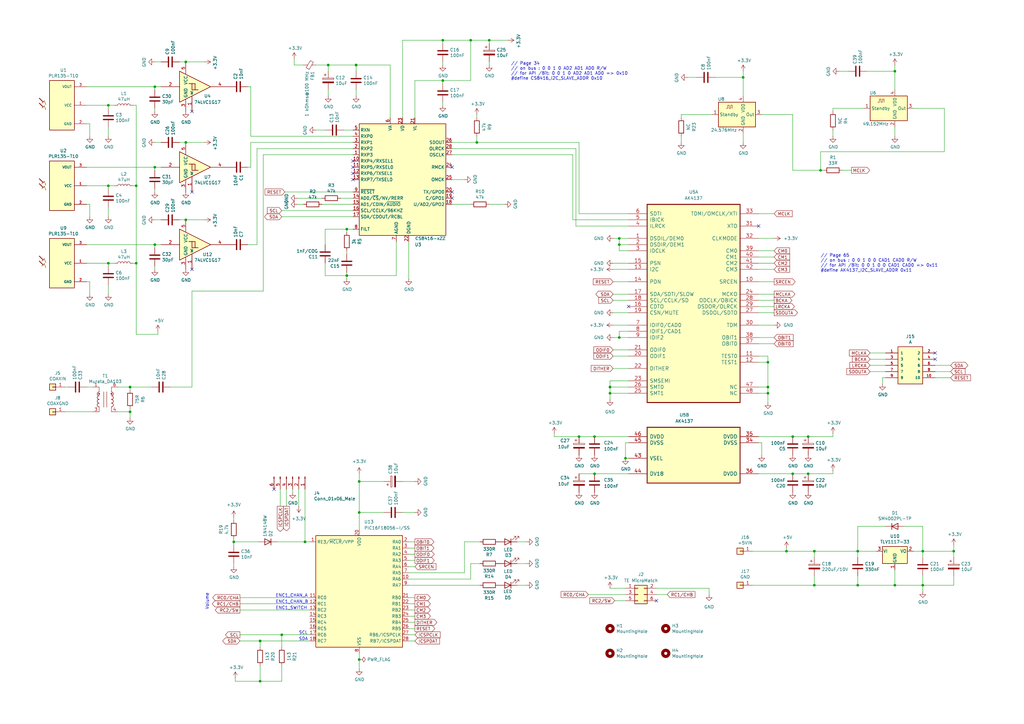
<source format=kicad_sch>
(kicad_sch (version 20231120) (generator "eeschema") (generator_version "8.0")
  (paper "A3")
  (title_block (title "SPDIF Receiver / ASRC") (date "2024-04-08") (rev "V2"))
  (junction (at 351.79 240.03))
  (junction (at 331.47 194.31))
  (junction (at 378.46 240.03))
  (junction (at 250.19 161.29))
  (junction (at 334.01 226.06))
  (junction (at 125.095 222.25))
  (junction (at 314.96 161.29))
  (junction (at 76.2 25.4))
  (junction (at 314.96 148.59))
  (junction (at 243.84 179.07))
  (junction (at 115.57 260.35))
  (junction (at 200.66 16.51))
  (junction (at 106.68 262.89))
  (junction (at 106.68 279.4))
  (junction (at 76.2 90.17))
  (junction (at 76.2 58.42))
  (junction (at 314.96 158.75))
  (junction (at 254 138.43))
  (junction (at 134.62 26.67))
  (junction (at 254 97.79))
  (junction (at 63.5 100.33))
  (junction (at 250.19 158.75))
  (junction (at 55.88 76.2))
  (junction (at 53.34 158.75))
  (junction (at 391.16 226.06))
  (junction (at 44.45 43.18))
  (junction (at 254 100.33))
  (junction (at 55.88 107.95))
  (junction (at 334.01 240.03))
  (junction (at 44.45 76.2))
  (junction (at 351.79 226.06))
  (junction (at 181.61 33.02))
  (junction (at 146.05 26.67))
  (junction (at 325.12 194.31))
  (junction (at 237.49 179.07))
  (junction (at 378.46 226.06))
  (junction (at 53.34 168.91))
  (junction (at 325.12 179.07))
  (junction (at 63.5 68.58))
  (junction (at 331.47 179.07))
  (junction (at 195.58 58.42))
  (junction (at 147.32 210.185))
  (junction (at 63.5 35.56))
  (junction (at 367.03 29.21))
  (junction (at 322.58 226.06))
  (junction (at 304.8 31.75))
  (junction (at 95.885 222.25))
  (junction (at 181.61 16.51))
  (junction (at 147.32 270.51))
  (junction (at 147.32 197.485))
  (junction (at 44.45 107.95))
  (junction (at 142.24 113.03))
  (junction (at 142.24 93.98))
  (junction (at 193.04 16.51))
  (junction (at 336.55 69.85))
  (junction (at 243.84 194.31))
  (junction (at 256.54 187.96))
  (junction (at 367.03 240.03))
  (no_connect (at 144.78 68.58))
  (no_connect (at 144.78 73.66))
  (no_connect (at 185.42 68.58))
  (no_connect (at 144.78 71.12))
  (no_connect (at 78.74 45.72))
  (no_connect (at 311.15 92.71))
  (no_connect (at 383.54 147.32))
  (no_connect (at 383.54 144.78))
  (no_connect (at 257.81 125.73))
  (no_connect (at 78.74 78.74))
  (no_connect (at 78.74 110.49))
  (no_connect (at 185.42 78.74))
  (no_connect (at 185.42 81.28))
  (no_connect (at 269.24 246.38))
  (no_connect (at 144.78 66.04))
  (no_connect (at 112.395 200.66))
  (wire (pts (xy 73.66 90.17) (xy 76.2 90.17)))
  (wire (pts (xy 181.61 33.02) (xy 193.04 33.02)))
  (wire (pts (xy 125.095 200.66) (xy 125.095 222.25)))
  (wire (pts (xy 63.5 100.33) (xy 35.56 100.33)))
  (wire (pts (xy 322.58 226.06) (xy 334.01 226.06)))
  (wire (pts (xy 234.95 63.5) (xy 185.42 63.5)))
  (wire (pts (xy 54.61 43.18) (xy 55.88 43.18)))
  (wire (pts (xy 383.54 154.94) (xy 389.89 154.94)))
  (wire (pts (xy 115.57 86.36) (xy 144.78 86.36)))
  (wire (pts (xy 334.01 226.06) (xy 351.79 226.06)))
  (wire (pts (xy 125.095 222.25) (xy 127 222.25)))
  (wire (pts (xy 142.24 111.76) (xy 142.24 113.03)))
  (wire (pts (xy 378.46 228.6) (xy 378.46 226.06)))
  (wire (pts (xy 311.15 138.43) (xy 317.5 138.43)))
  (wire (pts (xy 250.19 161.29) (xy 250.19 158.75)))
  (wire (pts (xy 113.665 222.25) (xy 125.095 222.25)))
  (wire (pts (xy 98.425 260.35) (xy 115.57 260.35)))
  (wire (pts (xy 257.81 102.87) (xy 254 102.87)))
  (wire (pts (xy 101.6 100.33) (xy 105.41 100.33)))
  (wire (pts (xy 35.56 35.56) (xy 63.5 35.56)))
  (wire (pts (xy 193.04 33.02) (xy 193.04 16.51)))
  (wire (pts (xy 237.49 58.42) (xy 237.49 87.63)))
  (wire (pts (xy 251.46 123.19) (xy 257.81 123.19)))
  (wire (pts (xy 331.47 194.31) (xy 341.63 194.31)))
  (wire (pts (xy 115.57 88.9) (xy 144.78 88.9)))
  (wire (pts (xy 250.19 158.75) (xy 257.81 158.75)))
  (wire (pts (xy 48.26 158.75) (xy 53.34 158.75)))
  (wire (pts (xy 351.79 240.03) (xy 334.01 240.03)))
  (wire (pts (xy 106.045 222.25) (xy 95.885 222.25)))
  (wire (pts (xy 257.81 135.89) (xy 254 135.89)))
  (wire (pts (xy 165.1 197.485) (xy 170.18 197.485)))
  (wire (pts (xy 167.64 224.79) (xy 170.18 224.79)))
  (wire (pts (xy 314.96 146.05) (xy 314.96 148.59)))
  (wire (pts (xy 314.96 161.29) (xy 311.15 161.29)))
  (wire (pts (xy 391.16 240.03) (xy 391.16 236.22)))
  (wire (pts (xy 383.54 152.4) (xy 389.89 152.4)))
  (wire (pts (xy 167.64 232.41) (xy 170.18 232.41)))
  (wire (pts (xy 251.46 97.79) (xy 254 97.79)))
  (wire (pts (xy 121.92 83.82) (xy 124.46 83.82)))
  (wire (pts (xy 63.5 110.49) (xy 63.5 109.22)))
  (wire (pts (xy 314.96 158.75) (xy 314.96 161.29)))
  (wire (pts (xy 251.46 107.95) (xy 257.81 107.95)))
  (wire (pts (xy 195.58 55.88) (xy 195.58 58.42)))
  (wire (pts (xy 95.885 232.41) (xy 95.885 231.14)))
  (wire (pts (xy 312.42 46.99) (xy 325.12 46.99)))
  (wire (pts (xy 87.63 -21.59) (xy 87.63 -8.89)))
  (wire (pts (xy 257.81 143.51) (xy 251.46 143.51)))
  (wire (pts (xy 243.84 179.07) (xy 257.81 179.07)))
  (wire (pts (xy 237.49 179.07) (xy 243.84 179.07)))
  (wire (pts (xy 254 135.89) (xy 254 138.43)))
  (wire (pts (xy 101.6 68.58) (xy 102.87 68.58)))
  (wire (pts (xy 167.64 257.81) (xy 170.18 257.81)))
  (wire (pts (xy 142.24 113.03) (xy 133.35 113.03)))
  (wire (pts (xy 55.88 137.16) (xy 64.77 137.16)))
  (wire (pts (xy 55.88 107.95) (xy 55.88 76.2)))
  (wire (pts (xy 190.5 234.95) (xy 190.5 222.25)))
  (wire (pts (xy 63.5 35.56) (xy 66.04 35.56)))
  (wire (pts (xy 341.63 177.8) (xy 341.63 179.07)))
  (wire (pts (xy 311.15 146.05) (xy 314.96 146.05)))
  (wire (pts (xy 105.41 60.96) (xy 144.78 60.96)))
  (wire (pts (xy 208.28 16.51) (xy 200.66 16.51)))
  (wire (pts (xy 98.425 245.11) (xy 127 245.11)))
  (wire (pts (xy 167.64 240.03) (xy 196.85 240.03)))
  (wire (pts (xy 95.885 213.36) (xy 95.885 212.09)))
  (wire (pts (xy 354.33 44.45) (xy 341.63 44.45)))
  (wire (pts (xy 334.01 240.03) (xy 334.01 236.22)))
  (wire (pts (xy 76.2 25.4) (xy 83.82 25.4)))
  (wire (pts (xy 361.95 154.94) (xy 363.22 154.94)))
  (wire (pts (xy 304.8 31.75) (xy 293.37 31.75)))
  (wire (pts (xy 36.83 50.8) (xy 35.56 50.8)))
  (wire (pts (xy 35.56 107.95) (xy 44.45 107.95)))
  (wire (pts (xy 200.66 26.67) (xy 200.66 25.4)))
  (wire (pts (xy 105.41 100.33) (xy 105.41 60.96)))
  (wire (pts (xy 227.33 179.07) (xy 237.49 179.07)))
  (wire (pts (xy 251.46 120.65) (xy 257.81 120.65)))
  (wire (pts (xy 55.88 107.95) (xy 54.61 107.95)))
  (wire (pts (xy 106.68 262.89) (xy 106.68 265.43)))
  (wire (pts (xy 96.52 279.4) (xy 106.68 279.4)))
  (wire (pts (xy 147.32 197.485) (xy 157.48 197.485)))
  (wire (pts (xy 107.95 119.38) (xy 107.95 63.5)))
  (wire (pts (xy 63.5 25.4) (xy 66.04 25.4)))
  (wire (pts (xy 96.52 278.13) (xy 96.52 279.4)))
  (wire (pts (xy 115.57 260.35) (xy 115.57 265.43)))
  (wire (pts (xy 251.46 138.43) (xy 254 138.43)))
  (wire (pts (xy 367.03 29.21) (xy 367.03 36.83)))
  (wire (pts (xy 142.24 93.98) (xy 133.35 93.98)))
  (wire (pts (xy 167.64 247.65) (xy 170.18 247.65)))
  (wire (pts (xy 122.555 200.66) (xy 122.555 207.645)))
  (wire (pts (xy 146.05 39.37) (xy 146.05 36.83)))
  (wire (pts (xy 325.12 179.07) (xy 331.47 179.07)))
  (wire (pts (xy 311.15 125.73) (xy 317.5 125.73)))
  (wire (pts (xy 146.05 26.67) (xy 134.62 26.67)))
  (wire (pts (xy 212.09 231.14) (xy 215.9 231.14)))
  (wire (pts (xy 160.02 26.67) (xy 146.05 26.67)))
  (wire (pts (xy 304.8 31.75) (xy 304.8 29.21)))
  (wire (pts (xy 120.015 200.66) (xy 120.015 201.93)))
  (wire (pts (xy 167.64 114.3) (xy 167.64 99.06)))
  (wire (pts (xy 279.4 46.99) (xy 279.4 48.26)))
  (wire (pts (xy 144.78 83.82) (xy 132.08 83.82)))
  (wire (pts (xy 196.85 231.14) (xy 193.04 231.14)))
  (wire (pts (xy 311.15 87.63) (xy 317.5 87.63)))
  (wire (pts (xy 133.35 53.34) (xy 129.54 53.34)))
  (wire (pts (xy 367.03 240.03) (xy 351.79 240.03)))
  (wire (pts (xy 36.83 115.57) (xy 35.56 115.57)))
  (wire (pts (xy 250.19 163.83) (xy 250.19 161.29)))
  (wire (pts (xy 391.16 228.6) (xy 391.16 226.06)))
  (wire (pts (xy 35.56 43.18) (xy 44.45 43.18)))
  (wire (pts (xy 64.77 137.16) (xy 64.77 135.89)))
  (wire (pts (xy 254 97.79) (xy 257.81 97.79)))
  (wire (pts (xy 181.61 17.78) (xy 181.61 16.51)))
  (wire (pts (xy 167.64 245.11) (xy 170.18 245.11)))
  (wire (pts (xy 46.99 76.2) (xy 44.45 76.2)))
  (wire (pts (xy 367.03 29.21) (xy 355.6 29.21)))
  (wire (pts (xy 147.32 210.185) (xy 147.32 217.17)))
  (wire (pts (xy 63.5 58.42) (xy 66.04 58.42)))
  (wire (pts (xy 257.81 100.33) (xy 254 100.33)))
  (wire (pts (xy 190.5 73.66) (xy 185.42 73.66)))
  (wire (pts (xy 257.81 146.05) (xy 251.46 146.05)))
  (wire (pts (xy 367.03 240.03) (xy 367.03 233.68)))
  (wire (pts (xy 367.03 29.21) (xy 367.03 26.67)))
  (wire (pts (xy 44.45 55.88) (xy 44.45 52.07)))
  (wire (pts (xy 311.15 102.87) (xy 317.5 102.87)))
  (wire (pts (xy 334.01 226.06) (xy 334.01 228.6)))
  (wire (pts (xy 314.96 165.1) (xy 314.96 161.29)))
  (wire (pts (xy 311.15 148.59) (xy 314.96 148.59)))
  (wire (pts (xy 252.095 246.38) (xy 256.54 246.38)))
  (wire (pts (xy 251.46 110.49) (xy 257.81 110.49)))
  (wire (pts (xy 336.55 62.23) (xy 336.55 69.85)))
  (wire (pts (xy 311.15 110.49) (xy 317.5 110.49)))
  (wire (pts (xy 53.34 171.45) (xy 53.34 168.91)))
  (wire (pts (xy 185.42 83.82) (xy 193.04 83.82)))
  (wire (pts (xy 142.24 104.14) (xy 142.24 102.87)))
  (wire (pts (xy 95.885 222.25) (xy 95.885 220.98)))
  (wire (pts (xy 107.95 63.5) (xy 144.78 63.5)))
  (wire (pts (xy 325.12 194.31) (xy 331.47 194.31)))
  (wire (pts (xy 102.87 58.42) (xy 144.78 58.42)))
  (wire (pts (xy 48.26 168.91) (xy 53.34 168.91)))
  (wire (pts (xy 304.8 31.75) (xy 304.8 39.37)))
  (wire (pts (xy 378.46 226.06) (xy 374.65 226.06)))
  (wire (pts (xy 378.46 236.22) (xy 378.46 240.03)))
  (wire (pts (xy 26.67 168.91) (xy 38.1 168.91)))
  (wire (pts (xy 311.15 123.19) (xy 317.5 123.19)))
  (wire (pts (xy 162.56 113.03) (xy 162.56 99.06)))
  (wire (pts (xy 378.46 215.9) (xy 370.84 215.9)))
  (wire (pts (xy 167.64 255.27) (xy 170.18 255.27)))
  (wire (pts (xy 95.885 223.52) (xy 95.885 222.25)))
  (wire (pts (xy 167.64 252.73) (xy 170.18 252.73)))
  (wire (pts (xy 147.32 197.485) (xy 147.32 210.185)))
  (wire (pts (xy 250.19 158.75) (xy 250.19 156.21)))
  (wire (pts (xy 237.49 87.63) (xy 257.81 87.63)))
  (wire (pts (xy 167.64 229.87) (xy 170.18 229.87)))
  (wire (pts (xy 55.88 76.2) (xy 54.61 76.2)))
  (wire (pts (xy 147.32 194.31) (xy 147.32 197.485)))
  (wire (pts (xy 121.92 81.28) (xy 132.08 81.28)))
  (wire (pts (xy 292.1 46.99) (xy 279.4 46.99)))
  (wire (pts (xy 227.33 177.8) (xy 227.33 179.07)))
  (wire (pts (xy 146.05 29.21) (xy 146.05 26.67)))
  (wire (pts (xy 361.95 154.94) (xy 361.95 157.48)))
  (wire (pts (xy 325.12 46.99) (xy 325.12 69.85)))
  (wire (pts (xy 322.58 224.79) (xy 322.58 226.06)))
  (wire (pts (xy 251.46 128.27) (xy 257.81 128.27)))
  (wire (pts (xy 308.61 240.03) (xy 334.01 240.03)))
  (wire (pts (xy 383.54 149.86) (xy 389.89 149.86)))
  (wire (pts (xy 212.09 240.03) (xy 215.9 240.03)))
  (wire (pts (xy 35.56 68.58) (xy 63.5 68.58)))
  (wire (pts (xy 55.88 107.95) (xy 55.88 137.16)))
  (wire (pts (xy 391.16 223.52) (xy 391.16 226.06)))
  (wire (pts (xy 290.83 241.3) (xy 290.83 243.84)))
  (wire (pts (xy 257.81 181.61) (xy 256.54 181.61)))
  (wire (pts (xy 250.19 156.21) (xy 257.81 156.21)))
  (wire (pts (xy 76.2 58.42) (xy 83.82 58.42)))
  (wire (pts (xy 46.99 107.95) (xy 44.45 107.95)))
  (wire (pts (xy 167.64 222.25) (xy 170.18 222.25)))
  (wire (pts (xy 195.58 58.42) (xy 185.42 58.42)))
  (wire (pts (xy 53.34 160.02) (xy 53.34 158.75)))
  (wire (pts (xy 195.58 48.26) (xy 195.58 46.99)))
  (wire (pts (xy 212.09 222.25) (xy 215.9 222.25)))
  (wire (pts (xy 160.02 48.26) (xy 160.02 26.67)))
  (wire (pts (xy 311.15 179.07) (xy 325.12 179.07)))
  (wire (pts (xy 311.15 105.41) (xy 317.5 105.41)))
  (wire (pts (xy 46.99 43.18) (xy 44.45 43.18)))
  (wire (pts (xy 367.03 55.88) (xy 367.03 52.07)))
  (wire (pts (xy 378.46 240.03) (xy 391.16 240.03)))
  (wire (pts (xy 53.34 168.91) (xy 53.34 167.64)))
  (wire (pts (xy 144.78 78.74) (xy 116.84 78.74)))
  (wire (pts (xy 117.475 200.66) (xy 117.475 207.645)))
  (wire (pts (xy 378.46 226.06) (xy 378.46 215.9)))
  (wire (pts (xy 356.87 147.32) (xy 363.22 147.32)))
  (wire (pts (xy 243.84 194.31) (xy 257.81 194.31)))
  (wire (pts (xy 251.46 115.57) (xy 257.81 115.57)))
  (wire (pts (xy 341.63 193.04) (xy 341.63 194.31)))
  (wire (pts (xy 35.56 76.2) (xy 44.45 76.2)))
  (wire (pts (xy 193.04 237.49) (xy 167.64 237.49)))
  (wire (pts (xy 36.83 55.88) (xy 36.83 50.8)))
  (wire (pts (xy 193.04 16.51) (xy 200.66 16.51)))
  (wire (pts (xy 147.32 270.51) (xy 147.32 267.97)))
  (wire (pts (xy 167.64 260.35) (xy 170.18 260.35)))
  (wire (pts (xy 69.85 158.75) (xy 78.74 158.75)))
  (wire (pts (xy 236.22 92.71) (xy 257.81 92.71)))
  (wire (pts (xy 134.62 26.67) (xy 129.54 26.67)))
  (wire (pts (xy 234.95 90.17) (xy 257.81 90.17)))
  (wire (pts (xy 331.47 179.07) (xy 341.63 179.07)))
  (wire (pts (xy 190.5 222.25) (xy 196.85 222.25)))
  (wire (pts (xy 269.24 241.3) (xy 290.83 241.3)))
  (wire (pts (xy 356.87 144.78) (xy 363.22 144.78)))
  (wire (pts (xy 250.19 161.29) (xy 257.81 161.29)))
  (wire (pts (xy 63.5 100.33) (xy 66.04 100.33)))
  (wire (pts (xy 200.66 83.82) (xy 207.01 83.82)))
  (wire (pts (xy 311.15 194.31) (xy 325.12 194.31)))
  (wire (pts (xy 279.4 55.88) (xy 279.4 58.42)))
  (wire (pts (xy 167.64 250.19) (xy 170.18 250.19)))
  (wire (pts (xy 250.19 241.3) (xy 256.54 241.3)))
  (wire (pts (xy 53.34 158.75) (xy 62.23 158.75)))
  (wire (pts (xy 76.2 90.17) (xy 83.82 90.17)))
  (wire (pts (xy 345.44 69.85) (xy 349.25 69.85)))
  (wire (pts (xy 167.64 227.33) (xy 170.18 227.33)))
  (wire (pts (xy 237.49 58.42) (xy 195.58 58.42)))
  (wire (pts (xy 254 138.43) (xy 257.81 138.43)))
  (wire (pts (xy 115.57 260.35) (xy 127 260.35)))
  (wire (pts (xy 106.68 273.05) (xy 106.68 279.4)))
  (wire (pts (xy 142.24 95.25) (xy 142.24 93.98)))
  (wire (pts (xy 165.1 48.26) (xy 165.1 16.51)))
  (wire (pts (xy 363.22 215.9) (xy 351.79 215.9)))
  (wire (pts (xy 391.16 226.06) (xy 378.46 226.06)))
  (wire (pts (xy 165.1 16.51) (xy 181.61 16.51)))
  (wire (pts (xy 102.87 55.88) (xy 144.78 55.88)))
  (wire (pts (xy 73.66 58.42) (xy 76.2 58.42)))
  (wire (pts (xy 308.61 226.06) (xy 322.58 226.06)))
  (wire (pts (xy 356.87 149.86) (xy 363.22 149.86)))
  (wire (pts (xy 387.35 44.45) (xy 387.35 62.23)))
  (wire (pts (xy 193.04 231.14) (xy 193.04 237.49)))
  (wire (pts (xy 120.65 26.67) (xy 120.65 24.13)))
  (wire (pts (xy 165.1 210.185) (xy 170.18 210.185)))
  (wire (pts (xy 304.8 58.42) (xy 304.8 54.61)))
  (wire (pts (xy 36.83 88.9) (xy 36.83 83.82)))
  (wire (pts (xy 36.83 120.65) (xy 36.83 115.57)))
  (wire (pts (xy 254 102.87) (xy 254 100.33)))
  (wire (pts (xy 311.15 128.27) (xy 317.5 128.27)))
  (wire (pts (xy 251.46 133.35) (xy 257.81 133.35)))
  (wire (pts (xy 181.61 34.29) (xy 181.61 33.02)))
  (wire (pts (xy 78.74 119.38) (xy 107.95 119.38)))
  (wire (pts (xy 124.46 26.67) (xy 120.65 26.67)))
  (wire (pts (xy 27.94 158.75) (xy 26.67 158.75)))
  (wire (pts (xy 181.61 43.18) (xy 181.61 41.91)))
  (wire (pts (xy 98.425 250.19) (xy 127 250.19)))
  (wire (pts (xy 336.55 69.85) (xy 337.82 69.85)))
  (wire (pts (xy 325.12 69.85) (xy 336.55 69.85)))
  (wire (pts (xy 170.18 48.26) (xy 170.18 33.02)))
  (wire (pts (xy 237.49 194.31) (xy 243.84 194.31)))
  (wire (pts (xy 44.45 77.47) (xy 44.45 76.2)))
  (wire (pts (xy 133.35 113.03) (xy 133.35 107.95)))
  (wire (pts (xy 133.35 93.98) (xy 133.35 100.33)))
  (wire (pts (xy 312.42 181.61) (xy 312.42 186.69)))
  (wire (pts (xy 311.15 181.61) (xy 312.42 181.61)))
  (wire (pts (xy 351.79 228.6) (xy 351.79 226.06)))
  (wire (pts (xy 311.15 120.65) (xy 317.5 120.65)))
  (wire (pts (xy 251.46 151.13) (xy 257.81 151.13)))
  (wire (pts (xy 63.5 68.58) (xy 66.04 68.58)))
  (wire (pts (xy 236.22 60.96) (xy 185.42 60.96)))
  (wire (pts (xy 281.94 31.75) (xy 285.75 31.75)))
  (wire (pts (xy 351.79 240.03) (xy 351.79 236.22)))
  (wire (pts (xy 44.45 109.22) (xy 44.45 107.95)))
  (wire (pts (xy 200.66 16.51) (xy 200.66 17.78)))
  (wire (pts (xy 351.79 226.06) (xy 359.41 226.06)))
  (wire (pts (xy 254 100.33) (xy 254 97.79)))
  (wire (pts (xy 63.5 36.83) (xy 63.5 35.56)))
  (wire (pts (xy 35.56 158.75) (xy 38.1 158.75)))
  (wire (pts (xy 314.96 148.59) (xy 314.96 158.75)))
  (wire (pts (xy 98.425 247.65) (xy 127 247.65)))
  (wire (pts (xy 73.66 25.4) (xy 76.2 25.4)))
  (wire (pts (xy 378.46 242.57) (xy 378.46 240.03)))
  (wire (pts (xy 256.54 181.61) (xy 256.54 187.96)))
  (wire (pts (xy 55.88 76.2) (xy 55.88 43.18)))
  (wire (pts (xy 115.57 279.4) (xy 115.57 273.05)))
  (wire (pts (xy 63.5 69.85) (xy 63.5 68.58)))
  (wire (pts (xy 63.5 78.74) (xy 63.5 77.47)))
  (wire (pts (xy 106.68 262.89) (xy 127 262.89)))
  (wire (pts (xy 387.35 62.23) (xy 336.55 62.23)))
  (wire (pts (xy 167.64 234.95) (xy 190.5 234.95)))
  (wire (pts (xy 351.79 215.9) (xy 351.79 226.06)))
  (wire (pts (xy 36.83 83.82) (xy 35.56 83.82)))
  (wire (pts (xy 181.61 26.67) (xy 181.61 25.4)))
  (wire (pts (xy 356.87 152.4) (xy 363.22 152.4)))
  (wire (pts (xy 311.15 140.97) (xy 317.5 140.97)))
  (wire (pts (xy 147.32 274.32) (xy 147.32 270.51)))
  (wire (pts (xy 44.45 88.9) (xy 44.45 85.09)))
  (wire (pts (xy 63.5 90.17) (xy 66.04 90.17)))
  (wire (pts (xy 311.15 158.75) (xy 314.96 158.75)))
  (wire (pts (xy 144.78 53.34) (xy 140.97 53.34)))
  (wire (pts (xy 106.68 279.4) (xy 115.57 279.4)))
  (wire (pts (xy 241.3 243.84) (xy 256.54 243.84)))
  (wire (pts (xy 170.18 33.02) (xy 181.61 33.02)))
  (wire (pts (xy 134.62 29.21) (xy 134.62 26.67)))
  (wire (pts (xy 101.6 35.56) (xy 102.87 35.56)))
  (wire (pts (xy 378.46 240.03) (xy 367.03 240.03)))
  (wire (pts (xy 311.15 107.95) (xy 317.5 107.95)))
  (wire (pts (xy 311.15 115.57) (xy 317.5 115.57)))
  (wire (pts (xy 157.48 210.185) (xy 147.32 210.185)))
  (wire (pts (xy 167.64 262.89) (xy 170.18 262.89)))
  (wire (pts (xy 44.45 44.45) (xy 44.45 43.18)))
  (wire (pts (xy 78.74 119.38) (xy 78.74 158.75)))
  (wire (pts (xy 374.65 44.45) (xy 387.35 44.45)))
  (wire (pts (xy 236.22 60.96) (xy 236.22 92.71)))
  (wire (pts (xy 102.87 55.88) (xy 102.87 35.56)))
  (wire (pts (xy 269.24 243.84) (xy 273.685 243.84)))
  (wire (pts (xy 142.24 113.03) (xy 162.56 113.03)))
  (wire (pts (xy 63.5 45.72) (xy 63.5 44.45)))
  (wire (pts (xy 341.63 44.45) (xy 341.63 45.72)))
  (wire (pts (xy 144.78 93.98) (xy 142.24 93.98)))
  (wire (pts (xy 181.61 16.51) (xy 193.04 16.51)))
  (wire (pts (xy 114.935 200.66) (xy 114.935 207.645)))
  (wire (pts (xy 144.78 81.28) (xy 139.7 81.28)))
  (wire (pts (xy 344.17 29.21) (xy 347.98 29.21)))
  (wire (pts (xy 341.63 53.34) (xy 341.63 55.88)))
  (wire (pts (xy 311.15 97.79) (xy 317.5 97.79)))
  (wire (pts (xy 102.87 68.58) (xy 102.87 58.42)))
  (wire (pts (xy 98.425 262.89) (xy 106.68 262.89)))
  (wire (pts (xy 311.15 133.35) (xy 317.5 133.35)))
  (wire (pts (xy 142.24 114.3) (xy 142.24 113.03)))
  (wire (pts (xy 44.45 120.65) (xy 44.45 116.84)))
  (wire (pts (xy 234.95 63.5) (xy 234.95 90.17)))
  (wire (pts (xy 63.5 101.6) (xy 63.5 100.33)))
  (wire (pts (xy 134.62 39.37) (xy 134.62 36.83)))
  (wire (pts (xy 256.54 187.96) (xy 257.81 187.96)))
  (text "// Page 65\n// on bus : 0 0 1 0 0 CAD1 CAD0 R/W\n// for API /Bit: 0 0 1 0 0 CAD1 CAD0 => 0x11\n#define AK4137_I2C_SLAVE_ADDR 0x11\n" (at 336.55 111.76 0) (effects (font (size 1.27 1.27)) (justify left bottom)))
  (text "ENC1_CHAN_A" (at 113.03 245.11 0) (effects (font (size 1.27 1.27)) (justify left bottom)))
  (text "SDA" (at 122.555 262.89 0) (effects (font (size 1.27 1.27)) (justify left bottom)))
  (text "// Page 34 \n// on bus : 0 0 1 0 AD2 AD1 AD0 R/W\n// for API /Bit: 0 0 1 0 AD2 AD1 AD0 => 0x10\n#define CS8416_I2C_SLAVE_ADDR 0x10" (at 209.55 33.02 0) (effects (font (size 1.27 1.27)) (justify left bottom)))
  (text "Volume" (at 85.725 250.19 90) (effects (font (size 1.27 1.27)) (justify left bottom)))
  (text "SCL" (at 122.555 260.35 0) (effects (font (size 1.27 1.27)) (justify left bottom)))
  (text "ENC1_SWITCH" (at 113.03 250.19 0) (effects (font (size 1.27 1.27)) (justify left bottom)))
  (text "ENC1_CHAN_B" (at 113.03 247.65 0) (effects (font (size 1.27 1.27)) (justify left bottom)))
  (global_label "BCKA" (shape output) (at 317.5 123.19 0) (property "Intersheetrefs" "${INTERSHEET_REFS}" (effects (hide yes))))
  (global_label "BCKA" (shape input) (at 356.87 147.32 180) (property "Intersheetrefs" "${INTERSHEET_REFS}" (effects (hide yes))))
  (global_label "OBIT1" (shape output) (at 170.18 224.79 0) (property "Intersheetrefs" "${INTERSHEET_REFS}" (effects (hide yes))))
  (global_label "ODIF1" (shape input) (at 251.46 146.05 180) (property "Intersheetrefs" "${INTERSHEET_REFS}" (effects (hide yes))))
  (global_label "MCLK" (shape output) (at 349.25 69.85 0) (property "Intersheetrefs" "${INTERSHEET_REFS}" (effects (hide yes))))
  (global_label "CM3" (shape input) (at 317.5 110.49 0) (property "Intersheetrefs" "${INTERSHEET_REFS}" (effects (hide yes))))
  (global_label "ICSPDAT" (shape output) (at 117.475 207.645 270) (property "Intersheetrefs" "${INTERSHEET_REFS}" (effects (hide yes))))
  (global_label "OBIT0" (shape output) (at 170.18 222.25 0) (property "Intersheetrefs" "${INTERSHEET_REFS}" (effects (hide yes))))
  (global_label "SDOUTA" (shape output) (at 317.5 128.27 0) (property "Intersheetrefs" "${INTERSHEET_REFS}" (effects (hide yes))))
  (global_label "SDA" (shape bidirectional) (at 389.89 149.86 0) (property "Intersheetrefs" "${INTERSHEET_REFS}" (effects (hide yes))))
  (global_label "MCLKA" (shape output) (at 317.5 120.65 0) (property "Intersheetrefs" "${INTERSHEET_REFS}" (effects (hide yes))))
  (global_label "ICSPCLK" (shape input) (at 170.18 260.35 0) (property "Intersheetrefs" "${INTERSHEET_REFS}" (effects (hide yes))))
  (global_label "CM2" (shape input) (at 317.5 107.95 0) (property "Intersheetrefs" "${INTERSHEET_REFS}" (effects (hide yes))))
  (global_label "MCLKA" (shape input) (at 356.87 144.78 180) (property "Intersheetrefs" "${INTERSHEET_REFS}" (effects (hide yes))))
  (global_label "RC2{slash}SW" (shape output) (at 98.425 250.19 180) (property "Intersheetrefs" "${INTERSHEET_REFS}" (effects (hide yes))))
  (global_label "RESET" (shape output) (at 170.18 257.81 0) (property "Intersheetrefs" "${INTERSHEET_REFS}" (effects (hide yes))))
  (global_label "RC1{slash}CHB" (shape output) (at 98.425 247.65 180) (property "Intersheetrefs" "${INTERSHEET_REFS}" (effects (hide yes))))
  (global_label "ODIF0" (shape output) (at 170.18 227.33 0) (property "Intersheetrefs" "${INTERSHEET_REFS}" (effects (hide yes))))
  (global_label "RC0{slash}CHA" (shape input) (at 241.3 243.84 180) (property "Intersheetrefs" "${INTERSHEET_REFS}" (effects (hide yes))))
  (global_label "SDA" (shape bidirectional) (at 251.46 120.65 180) (property "Intersheetrefs" "${INTERSHEET_REFS}" (effects (hide yes))))
  (global_label "CM0" (shape output) (at 170.18 245.11 0) (property "Intersheetrefs" "${INTERSHEET_REFS}" (effects (hide yes))))
  (global_label "DITHER" (shape output) (at 170.18 255.27 0) (property "Intersheetrefs" "${INTERSHEET_REFS}" (effects (hide yes))))
  (global_label "CM1" (shape input) (at 317.5 105.41 0) (property "Intersheetrefs" "${INTERSHEET_REFS}" (effects (hide yes))))
  (global_label "LRCKA" (shape output) (at 317.5 125.73 0) (property "Intersheetrefs" "${INTERSHEET_REFS}" (effects (hide yes))))
  (global_label "MCLK" (shape input) (at 317.5 87.63 0) (property "Intersheetrefs" "${INTERSHEET_REFS}" (effects (hide yes))))
  (global_label "ODIF1" (shape output) (at 170.18 229.87 0) (property "Intersheetrefs" "${INTERSHEET_REFS}" (effects (hide yes))))
  (global_label "SCL" (shape input) (at 115.57 86.36 180) (property "Intersheetrefs" "${INTERSHEET_REFS}" (effects (hide yes))))
  (global_label "SCL" (shape input) (at 251.46 123.19 180) (property "Intersheetrefs" "${INTERSHEET_REFS}" (effects (hide yes))))
  (global_label "RESET" (shape input) (at 389.89 154.94 0) (property "Intersheetrefs" "${INTERSHEET_REFS}" (effects (hide yes))))
  (global_label "RESET" (shape input) (at 251.46 115.57 180) (property "Intersheetrefs" "${INTERSHEET_REFS}" (effects (hide yes))))
  (global_label "CM3" (shape output) (at 170.18 252.73 0) (property "Intersheetrefs" "${INTERSHEET_REFS}" (effects (hide yes))))
  (global_label "RC0{slash}CHA" (shape output) (at 98.425 245.11 180) (property "Intersheetrefs" "${INTERSHEET_REFS}" (effects (hide yes))))
  (global_label "ICSPDAT" (shape input) (at 170.18 262.89 0) (property "Intersheetrefs" "${INTERSHEET_REFS}" (effects (hide yes))))
  (global_label "SDA" (shape bidirectional) (at 98.425 262.89 180) (property "Intersheetrefs" "${INTERSHEET_REFS}" (effects (hide yes))))
  (global_label "RESET" (shape input) (at 116.84 78.74 180) (property "Intersheetrefs" "${INTERSHEET_REFS}" (effects (hide yes))))
  (global_label "SRCEN" (shape output) (at 317.5 115.57 0) (property "Intersheetrefs" "${INTERSHEET_REFS}" (effects (hide yes))))
  (global_label "CM0" (shape input) (at 317.5 102.87 0) (property "Intersheetrefs" "${INTERSHEET_REFS}" (effects (hide yes))))
  (global_label "CM1" (shape output) (at 170.18 247.65 0) (property "Intersheetrefs" "${INTERSHEET_REFS}" (effects (hide yes))))
  (global_label "SDOUTA" (shape input) (at 356.87 152.4 180) (property "Intersheetrefs" "${INTERSHEET_REFS}" (effects (hide yes))))
  (global_label "OBIT1" (shape input) (at 317.5 138.43 0) (property "Intersheetrefs" "${INTERSHEET_REFS}" (effects (hide yes))))
  (global_label "LRCKA" (shape input) (at 356.87 149.86 180) (property "Intersheetrefs" "${INTERSHEET_REFS}" (effects (hide yes))))
  (global_label "SCL" (shape input) (at 389.89 152.4 0) (property "Intersheetrefs" "${INTERSHEET_REFS}" (effects (hide yes))))
  (global_label "OBIT0" (shape input) (at 317.5 140.97 0) (property "Intersheetrefs" "${INTERSHEET_REFS}" (effects (hide yes))))
  (global_label "RC1{slash}CHB" (shape input) (at 273.685 243.84 0) (property "Intersheetrefs" "${INTERSHEET_REFS}" (effects (hide yes))))
  (global_label "ODIF0" (shape input) (at 251.46 143.51 180) (property "Intersheetrefs" "${INTERSHEET_REFS}" (effects (hide yes))))
  (global_label "SDA" (shape bidirectional) (at 115.57 88.9 180) (property "Intersheetrefs" "${INTERSHEET_REFS}" (effects (hide yes))))
  (global_label "RC2{slash}SW" (shape input) (at 252.095 246.38 180) (property "Intersheetrefs" "${INTERSHEET_REFS}" (effects (hide yes))))
  (global_label "SRCEN" (shape input) (at 170.18 232.41 0) (property "Intersheetrefs" "${INTERSHEET_REFS}" (effects (hide yes))))
  (global_label "SCL" (shape output) (at 98.425 260.35 180) (property "Intersheetrefs" "${INTERSHEET_REFS}" (effects (hide yes))))
  (global_label "ICSPCLK" (shape output) (at 114.935 207.645 270) (property "Intersheetrefs" "${INTERSHEET_REFS}" (effects (hide yes))))
  (global_label "CM2" (shape output) (at 170.18 250.19 0) (property "Intersheetrefs" "${INTERSHEET_REFS}" (effects (hide yes))))
  (global_label "DITHER" (shape input) (at 251.46 151.13 180) (property "Intersheetrefs" "${INTERSHEET_REFS}" (effects (hide yes))))
  (symbol (lib_id "kicad-snk:PLR135-T10") (at 25.4 43.18 0) (mirror y) (unit 1)
    (property "Reference" "U1" (at 26.0096 28.7782 0))
    (property "Value" "PLR135-T10" (at 26.0096 31.0896 0))
    (property "Footprint" "PLR135-T10_PLT133-T10W" (effects (hide yes)))
    (property "manf#" "PLR135/T10" (effects (hide yes)))
  )
  (symbol (lib_id "Device:C") (at 97.79 35.56 270) (unit 1)
    (property "Reference" "C2" (at 96.6216 32.639 0) (effects (justify right)))
    (property "Value" "10nF" (at 98.933 32.639 0) (effects (justify right)))
    (property "Footprint" "Capacitor_SMD:C_0603_1608Metric_Pad1.08x0.95mm_HandSolder" (effects (hide yes)))
    (property "manf#" "CL10B104KB8NNNL" (effects (hide yes)))
  )
  (symbol (lib_id "Mechanical:MountingHole") (at 250.19 257.81 0) (unit 1)
    (property "Reference" "H1" (at 252.73 256.6416 0) (effects (justify left)))
    (property "Value" "MountingHole" (at 252.73 258.953 0) (effects (justify left)))
    (property "Footprint" "MountingHole:MountingHole_3.2mm_M3_Pad_Via" (effects (hide yes)))
  )
  (symbol (lib_id "Mechanical:MountingHole") (at 273.05 257.81 0) (unit 1)
    (property "Reference" "H3" (at 275.59 256.6416 0) (effects (justify left)))
    (property "Value" "MountingHole" (at 275.59 258.953 0) (effects (justify left)))
    (property "Footprint" "MountingHole:MountingHole_3.2mm_M3_Pad_Via" (effects (hide yes)))
  )
  (symbol (lib_id "Mechanical:MountingHole") (at 250.19 267.97 0) (unit 1)
    (property "Reference" "H2" (at 252.73 266.8016 0) (effects (justify left)))
    (property "Value" "MountingHole" (at 252.73 269.113 0) (effects (justify left)))
    (property "Footprint" "MountingHole:MountingHole_3.2mm_M3_Pad_Via" (effects (hide yes)))
  )
  (symbol (lib_id "Mechanical:MountingHole") (at 273.05 267.97 0) (unit 1)
    (property "Reference" "H4" (at 275.59 266.8016 0) (effects (justify left)))
    (property "Value" "MountingHole" (at 275.59 269.113 0) (effects (justify left)))
    (property "Footprint" "MountingHole:MountingHole_3.2mm_M3_Pad_Via" (effects (hide yes)))
  )
  (symbol (lib_id "Device:C") (at 44.45 48.26 180) (unit 1)
    (property "Reference" "C3" (at 47.371 47.0916 0) (effects (justify right)))
    (property "Value" "100nF" (at 47.371 49.403 0) (effects (justify right)))
    (property "Footprint" "Capacitor_SMD:C_0603_1608Metric_Pad1.08x0.95mm_HandSolder" (effects (hide yes)))
    (property "manf#" "CL10B104KB8NNNL" (effects (hide yes)))
  )
  (symbol (lib_id "power:GND") (at 36.83 55.88 0) (unit 1)
    (property "Reference" "#PWR0104" (effects (hide yes)))
    (property "Value" "GND" (at 36.957 60.2742 0))
  )
  (symbol (lib_id "power:GND") (at 44.45 55.88 0) (unit 1)
    (property "Reference" "#PWR0105" (effects (hide yes)))
    (property "Value" "GND" (at 44.577 60.2742 0))
  )
  (symbol (lib_id "kicad-snk:PLR135-T10") (at 25.4 76.2 0) (mirror y) (unit 1)
    (property "Reference" "U2" (at 26.0096 61.7982 0))
    (property "Value" "PLR135-T10" (at 26.0096 64.1096 0))
    (property "Footprint" "PLR135-T10_PLT133-T10W" (effects (hide yes)))
    (property "manf#" "PLR135/T10" (effects (hide yes)))
  )
  (symbol (lib_id "Device:C") (at 44.45 81.28 180) (unit 1)
    (property "Reference" "C4" (at 47.371 80.1116 0) (effects (justify right)))
    (property "Value" "100nF" (at 47.371 82.423 0) (effects (justify right)))
    (property "Footprint" "Capacitor_SMD:C_0603_1608Metric_Pad1.08x0.95mm_HandSolder" (effects (hide yes)))
    (property "manf#" "CL10B104KB8NNNL" (effects (hide yes)))
  )
  (symbol (lib_id "power:GND") (at 36.83 88.9 0) (unit 1)
    (property "Reference" "#PWR0107" (effects (hide yes)))
    (property "Value" "GND" (at 36.957 93.2942 0))
  )
  (symbol (lib_id "power:GND") (at 44.45 88.9 0) (unit 1)
    (property "Reference" "#PWR0108" (effects (hide yes)))
    (property "Value" "GND" (at 44.577 93.2942 0))
  )
  (symbol (lib_id "power:+3.3V") (at 304.8 29.21 0) (unit 1)
    (property "Reference" "#PWR0145" (effects (hide yes)))
    (property "Value" "+3.3V" (at 305.181 24.8158 0))
  )
  (symbol (lib_id "power:GND") (at 281.94 31.75 270) (unit 1)
    (property "Reference" "#PWR0155" (effects (hide yes)))
    (property "Value" "GND" (at 277.5458 31.877 0))
  )
  (symbol (lib_id "Device:C") (at 146.05 33.02 0) (unit 1)
    (property "Reference" "C14" (at 148.971 31.8516 0) (effects (justify left)))
    (property "Value" "100nF" (at 148.971 34.163 0) (effects (justify left)))
    (property "Footprint" "Capacitor_SMD:C_0603_1608Metric_Pad1.08x0.95mm_HandSolder" (effects (hide yes)))
    (property "manf#" "CL10B104KB8NNNL" (effects (hide yes)))
  )
  (symbol (lib_id "Device:CP") (at 134.62 33.02 0) (unit 1)
    (property "Reference" "C12" (at 137.6172 31.8516 0) (effects (justify left)))
    (property "Value" "10uF" (at 137.6172 34.163 0) (effects (justify left)))
    (property "Footprint" "Capacitor_Tantalum_SMD:CP_EIA-2012-12_Kemet-R_Pad1.30x1.05mm_HandSolder" (effects (hide yes)))
    (property "manf#" "TCJB106M025R0100" (effects (hide yes)))
  )
  (symbol (lib_id "Device:L") (at 50.8 43.18 90) (unit 1)
    (property "Reference" "L1" (at 50.8 38.354 90))
    (property "Value" "47uH" (at 50.8 40.6654 90))
    (property "Footprint" "Inductor_SMD:L_0805_2012Metric_Pad1.05x1.20mm_HandSolder" (effects (hide yes)))
    (property "manf#" "MLZ2012M470WT000" (effects (hide yes)))
  )
  (symbol (lib_id "Oscillator:ASDMB-xxxMHz") (at 302.26 46.99 0) (unit 1)
    (property "Reference" "U8" (at 297.18 40.64 0) (effects (justify right)))
    (property "Value" "24.576MHz" (at 302.26 53.34 0) (effects (justify right)))
    (property "Footprint" "Oscillator:Oscillator_SMD_EuroQuartz_XO32-4Pin_3.2x2.5mm_HandSoldering" (effects (hide yes)))
    (property "Datasheet" "https://abracon.com/Oscillators/ASDMB.pdf" (effects (hide yes)))
    (property "manf#" "EC2620TS-24.576M TR" (effects (hide yes)))
  )
  (symbol (lib_id "Regulator_Linear:TLV1117-33") (at 367.03 226.06 0) (unit 1)
    (property "Reference" "U10" (at 367.03 219.9132 0))
    (property "Value" "TLV1117-33" (at 367.03 222.2246 0))
    (property "Footprint" "Package_TO_SOT_SMD:SOT-223-3_TabPin2" (effects (hide yes)))
    (property "Datasheet" "http://www.ti.com/lit/ds/symlink/tlv1117.pdf" (effects (hide yes)))
    (property "manf#" "TLV1117-33IDCYR" (effects (hide yes)))
  )
  (symbol (lib_id "Device:CP") (at 334.01 232.41 0) (unit 1)
    (property "Reference" "C18" (at 337.0072 231.2416 0) (effects (justify left)))
    (property "Value" "220uF/10V" (at 337.0072 233.553 0) (effects (justify left)))
    (property "Footprint" "Capacitor_THT:CP_Radial_D6.3mm_P2.50mm" (effects (hide yes)))
    (property "manf#" "35YXF100MEFC8X11.5" (effects (hide yes)))
  )
  (symbol (lib_id "Device:C") (at 378.46 232.41 0) (unit 1)
    (property "Reference" "C21" (at 381.381 231.2416 0) (effects (justify left)))
    (property "Value" "100nF" (at 381.381 233.553 0) (effects (justify left)))
    (property "Footprint" "Capacitor_SMD:C_0805_2012Metric_Pad1.18x1.45mm_HandSolder" (effects (hide yes)))
    (property "manf#" "CL21B104KBCNNNC" (effects (hide yes)))
  )
  (symbol (lib_id "Device:CP") (at 391.16 232.41 0) (unit 1)
    (property "Reference" "C23" (at 394.1572 231.2416 0) (effects (justify left)))
    (property "Value" "10uF" (at 394.1572 233.553 0) (effects (justify left)))
    (property "Footprint" "Capacitor_Tantalum_SMD:CP_EIA-2012-12_Kemet-R_Pad1.30x1.05mm_HandSolder" (effects (hide yes)))
    (property "manf#" "TCJB106M025R0100" (effects (hide yes)))
  )
  (symbol (lib_id "power:GND") (at 378.46 242.57 0) (unit 1)
    (property "Reference" "#PWR0136" (effects (hide yes)))
    (property "Value" "GND" (at 378.587 246.9642 0))
  )
  (symbol (lib_id "power:+3.3V") (at 391.16 223.52 0) (unit 1)
    (property "Reference" "#PWR0137" (effects (hide yes)))
    (property "Value" "+3.3V" (at 391.541 219.1258 0))
  )
  (symbol (lib_id "power:+5V") (at 322.58 224.79 0) (unit 1)
    (property "Reference" "#PWR0103" (effects (hide yes)))
    (property "Value" "+5V" (at 322.961 220.3958 0))
  )
  (symbol (lib_id "Device:C") (at 351.79 232.41 0) (unit 1)
    (property "Reference" "C19" (at 354.711 231.2416 0) (effects (justify left)))
    (property "Value" "330nF" (at 354.711 233.553 0) (effects (justify left)))
    (property "Footprint" "Capacitor_SMD:C_0805_2012Metric_Pad1.18x1.45mm_HandSolder" (effects (hide yes)))
    (property "manf#" "CL21B334KBFNNNE" (effects (hide yes)))
  )
  (symbol (lib_id "power:+5V") (at 64.77 135.89 0) (unit 1)
    (property "Reference" "#PWR0106" (effects (hide yes)))
    (property "Value" "+5V" (at 65.151 131.4958 0))
  )
  (symbol (lib_id "Device:L") (at 50.8 76.2 90) (unit 1)
    (property "Reference" "L2" (at 50.8 71.374 90))
    (property "Value" "47uH" (at 50.8 73.6854 90))
    (property "Footprint" "Inductor_SMD:L_0805_2012Metric_Pad1.05x1.20mm_HandSolder" (effects (hide yes)))
    (property "manf#" "MLZ2012M470WT000" (effects (hide yes)))
  )
  (symbol (lib_id "Device:LED") (at 208.28 231.14 180) (unit 1)
    (property "Reference" "D4" (at 208.4578 236.6518 0))
    (property "Value" "LED" (at 208.4578 234.3404 0))
    (property "Footprint" "LED_SMD:LED_0603_1608Metric_Pad1.05x0.95mm_HandSolder" (effects (hide yes)))
    (property "manf#" "LG R971-KN-1" (effects (hide yes)))
  )
  (symbol (lib_id "Device:LED") (at 208.28 240.03 180) (unit 1)
    (property "Reference" "D5" (at 208.28 245.11 0))
    (property "Value" "LED" (at 208.28 242.57 0))
    (property "Footprint" "LED_SMD:LED_0603_1608Metric_Pad1.05x0.95mm_HandSolder" (effects (hide yes)))
    (property "manf#" "LG R971-KN-1" (effects (hide yes)))
  )
  (symbol (lib_id "Device:R") (at 200.66 231.14 90) (unit 1)
    (property "Reference" "R14" (at 200.66 236.3978 90))
    (property "Value" "330R" (at 200.66 234.0864 90))
    (property "Footprint" "Resistor_SMD:R_0603_1608Metric_Pad0.98x0.95mm_HandSolder" (effects (hide yes)))
    (property "manf#" "RT0603FRD07330RL" (effects (hide yes)))
  )
  (symbol (lib_id "Device:R") (at 200.66 240.03 90) (unit 1)
    (property "Reference" "R15" (at 200.66 245.2878 90))
    (property "Value" "330R" (at 200.66 242.9764 90))
    (property "Footprint" "Resistor_SMD:R_0603_1608Metric_Pad0.98x0.95mm_HandSolder" (effects (hide yes)))
    (property "manf#" "RT0603FRD07330RL" (effects (hide yes)))
  )
  (symbol (lib_id "kicad-snk:Murata_DA103") (at 43.18 163.83 0) (unit 1)
    (property "Reference" "T1" (at 43.18 154.1526 0))
    (property "Value" "Murata_DA103" (at 43.18 156.464 0))
    (property "Footprint" "kicad-snk:DA100J" (effects (hide yes)))
  )
  (symbol (lib_id "Connector_Generic:Conn_01x01") (at 21.59 158.75 180) (unit 1)
    (property "Reference" "J5" (at 23.6728 153.035 0))
    (property "Value" "COAXIN" (at 23.6728 155.3464 0))
    (property "Footprint" "Connector_Pin:Pin_D1.0mm_L10.0mm" (effects (hide yes)))
  )
  (symbol (lib_id "Connector_Generic:Conn_01x01") (at 21.59 168.91 180) (unit 1)
    (property "Reference" "J8" (at 23.6728 163.195 0))
    (property "Value" "COAXGND" (at 23.6728 165.5064 0))
    (property "Footprint" "Connector_Pin:Pin_D1.0mm_L10.0mm" (effects (hide yes)))
  )
  (symbol (lib_id "Device:R") (at 53.34 163.83 180) (unit 1)
    (property "Reference" "R6" (at 58.5978 163.83 90))
    (property "Value" "75R" (at 56.2864 163.83 90))
    (property "Footprint" "Resistor_SMD:R_0603_1608Metric_Pad0.98x0.95mm_HandSolder" (effects (hide yes)))
    (property "manf#" "RNCP0603FTD75R0" (effects (hide yes)))
  )
  (symbol (lib_id "power:GND") (at 53.34 171.45 0) (unit 1)
    (property "Reference" "#PWR0154" (effects (hide yes)))
    (property "Value" "GND" (at 53.467 175.8442 0))
  )
  (symbol (lib_id "Device:C") (at 66.04 158.75 90) (mirror x) (unit 1)
    (property "Reference" "C28" (at 67.2084 155.829 0) (effects (justify right)))
    (property "Value" "10nF" (at 64.897 155.829 0) (effects (justify right)))
    (property "Footprint" "Capacitor_SMD:C_0603_1608Metric_Pad1.08x0.95mm_HandSolder" (effects (hide yes)))
    (property "manf#" "CL10B104KB8NNNL" (effects (hide yes)))
  )
  (symbol (lib_id "power:GND") (at 63.5 58.42 270) (unit 1)
    (property "Reference" "#PWR0157" (effects (hide yes)))
    (property "Value" "GND" (at 59.1058 58.547 0))
  )
  (symbol (lib_id "Device:C") (at 69.85 58.42 270) (unit 1)
    (property "Reference" "C26" (at 68.6816 55.499 0) (effects (justify right)))
    (property "Value" "100nF" (at 70.993 55.499 0) (effects (justify right)))
    (property "Footprint" "Capacitor_SMD:C_0603_1608Metric_Pad1.08x0.95mm_HandSolder" (effects (hide yes)))
    (property "manf#" "CL10B104KB8NNNL" (effects (hide yes)))
  )
  (symbol (lib_id "power:+3.3V") (at 83.82 58.42 270) (unit 1)
    (property "Reference" "#PWR0158" (effects (hide yes)))
    (property "Value" "+3.3V" (at 88.2142 58.801 0))
  )
  (symbol (lib_id "Device:C") (at 63.5 40.64 180) (unit 1)
    (property "Reference" "C30" (at 66.421 39.4716 0) (effects (justify right)))
    (property "Value" "30pF" (at 66.421 41.783 0) (effects (justify right)))
    (property "Footprint" "Capacitor_SMD:C_0603_1608Metric_Pad1.08x0.95mm_HandSolder" (effects (hide yes)))
    (property "manf#" "CL10B104KB8NNNL" (effects (hide yes)))
  )
  (symbol (lib_id "power:GND") (at 63.5 45.72 0) (unit 1)
    (property "Reference" "#PWR0119" (effects (hide yes)))
    (property "Value" "GND" (at 63.627 50.1142 0))
  )
  (symbol (lib_id "Device:C") (at 63.5 73.66 180) (unit 1)
    (property "Reference" "C31" (at 66.421 72.4916 0) (effects (justify right)))
    (property "Value" "30pF" (at 66.421 74.803 0) (effects (justify right)))
    (property "Footprint" "Capacitor_SMD:C_0603_1608Metric_Pad1.08x0.95mm_HandSolder" (effects (hide yes)))
    (property "manf#" "CL10B104KB8NNNL" (effects (hide yes)))
  )
  (symbol (lib_id "power:GND") (at 63.5 78.74 0) (unit 1)
    (property "Reference" "#PWR0120" (effects (hide yes)))
    (property "Value" "GND" (at 63.627 83.1342 0))
  )
  (symbol (lib_id "Audio:CS8416-xZZ") (at 165.1 73.66 0) (unit 1)
    (property "Reference" "U3" (at 171.45 100.33 0))
    (property "Value" "CS8416-xZZ" (at 176.53 97.79 0))
    (property "Footprint" "Package_SO:TSSOP-28_4.4x9.7mm_P0.65mm" (effects (hide yes)))
    (property "Datasheet" "https://d3uzseaevmutz1.cloudfront.net/pubs/proDatasheet/CS8416_F3.pdf" (effects (hide yes)))
  )
  (symbol (lib_id "Device:C") (at 63.5 105.41 180) (unit 1)
    (property "Reference" "C32" (at 66.421 104.2416 0) (effects (justify right)))
    (property "Value" "30pF" (at 66.421 106.553 0) (effects (justify right)))
    (property "Footprint" "Capacitor_SMD:C_0603_1608Metric_Pad1.08x0.95mm_HandSolder" (effects (hide yes)))
    (property "manf#" "CL10B104KB8NNNL" (effects (hide yes)))
  )
  (symbol (lib_id "power:GND") (at 63.5 110.49 0) (unit 1)
    (property "Reference" "#PWR0170" (effects (hide yes)))
    (property "Value" "GND" (at 63.627 114.8842 0))
  )
  (symbol (lib_id "power:GND") (at 63.5 90.17 270) (unit 1)
    (property "Reference" "#PWR0159" (effects (hide yes)))
    (property "Value" "GND" (at 59.1058 90.297 0))
  )
  (symbol (lib_id "Device:C") (at 69.85 90.17 270) (unit 1)
    (property "Reference" "C29" (at 68.6816 87.249 0) (effects (justify right)))
    (property "Value" "100nF" (at 70.993 87.249 0) (effects (justify right)))
    (property "Footprint" "Capacitor_SMD:C_0603_1608Metric_Pad1.08x0.95mm_HandSolder" (effects (hide yes)))
    (property "manf#" "CL10B104KB8NNNL" (effects (hide yes)))
  )
  (symbol (lib_id "power:+3.3V") (at 83.82 90.17 270) (unit 1)
    (property "Reference" "#PWR0156" (effects (hide yes)))
    (property "Value" "+3.3V" (at 88.2142 90.551 0))
  )
  (symbol (lib_id "power:GND") (at 76.2 110.49 0) (unit 1)
    (property "Reference" "#PWR0142" (effects (hide yes)))
    (property "Value" "GND" (at 76.327 114.8842 0))
  )
  (symbol (lib_id "Device:C") (at 289.56 31.75 270) (unit 1)
    (property "Reference" "C8" (at 288.3916 28.829 0) (effects (justify right)))
    (property "Value" "100nF" (at 290.703 28.829 0) (effects (justify right)))
    (property "Footprint" "Capacitor_SMD:C_0603_1608Metric_Pad1.08x0.95mm_HandSolder" (effects (hide yes)))
    (property "manf#" "CL10B104KB8NNNL" (effects (hide yes)))
  )
  (symbol (lib_id "Device:R") (at 279.4 52.07 180) (unit 1)
    (property "Reference" "R23" (at 284.6578 52.07 90))
    (property "Value" "NC" (at 282.3464 52.07 90))
    (property "Footprint" "Resistor_SMD:R_0603_1608Metric_Pad0.98x0.95mm_HandSolder" (effects (hide yes)))
  )
  (symbol (lib_id "power:GND") (at 279.4 58.42 0) (unit 1)
    (property "Reference" "#PWR0143" (effects (hide yes)))
    (property "Value" "GND" (at 279.527 62.8142 0))
  )
  (symbol (lib_id "power:GND") (at 304.8 58.42 0) (unit 1)
    (property "Reference" "#PWR0144" (effects (hide yes)))
    (property "Value" "GND" (at 304.927 62.8142 0))
  )
  (symbol (lib_id "Device:C") (at 31.75 158.75 90) (mirror x) (unit 1)
    (property "Reference" "C33" (at 32.9184 155.829 0) (effects (justify right)))
    (property "Value" "100nF" (at 30.607 155.829 0) (effects (justify right)))
    (property "Footprint" "Capacitor_SMD:C_0603_1608Metric_Pad1.08x0.95mm_HandSolder" (effects (hide yes)))
    (property "manf#" "CL10B104KB8NNNL" (effects (hide yes)))
  )
  (symbol (lib_id "power:GND") (at 63.5 25.4 270) (unit 1)
    (property "Reference" "#PWR0163" (effects (hide yes)))
    (property "Value" "GND" (at 59.1058 25.527 0))
  )
  (symbol (lib_id "Device:C") (at 69.85 25.4 270) (unit 1)
    (property "Reference" "C9" (at 68.6816 22.479 0) (effects (justify right)))
    (property "Value" "100nF" (at 70.993 22.479 0) (effects (justify right)))
    (property "Footprint" "Capacitor_SMD:C_0603_1608Metric_Pad1.08x0.95mm_HandSolder" (effects (hide yes)))
    (property "manf#" "CL10B104KB8NNNL" (effects (hide yes)))
  )
  (symbol (lib_id "power:+3.3V") (at 83.82 25.4 270) (unit 1)
    (property "Reference" "#PWR0164" (effects (hide yes)))
    (property "Value" "+3.3V" (at 88.2142 25.781 0))
  )
  (symbol (lib_id "kicad-snk:PLR135-T10") (at 25.4 107.95 0) (mirror y) (unit 1)
    (property "Reference" "U9" (at 26.0096 93.5482 0))
    (property "Value" "PLR135-T10" (at 26.0096 95.8596 0))
    (property "Footprint" "PLR135-T10_PLT133-T10W" (effects (hide yes)))
    (property "manf#" "PLR135/T10" (effects (hide yes)))
  )
  (symbol (lib_id "Device:C") (at 44.45 113.03 180) (unit 1)
    (property "Reference" "C6" (at 47.371 111.8616 0) (effects (justify right)))
    (property "Value" "100nF" (at 47.371 114.173 0) (effects (justify right)))
    (property "Footprint" "Capacitor_SMD:C_0603_1608Metric_Pad1.08x0.95mm_HandSolder" (effects (hide yes)))
    (property "manf#" "CL10B104KB8NNNL" (effects (hide yes)))
  )
  (symbol (lib_id "power:GND") (at 36.83 120.65 0) (unit 1)
    (property "Reference" "#PWR0169" (effects (hide yes)))
    (property "Value" "GND" (at 36.957 125.0442 0))
  )
  (symbol (lib_id "power:GND") (at 44.45 120.65 0) (unit 1)
    (property "Reference" "#PWR0167" (effects (hide yes)))
    (property "Value" "GND" (at 44.577 125.0442 0))
  )
  (symbol (lib_id "Device:L") (at 50.8 107.95 90) (unit 1)
    (property "Reference" "L3" (at 50.8 103.124 90))
    (property "Value" "47uH" (at 50.8 105.4354 90))
    (property "Footprint" "Inductor_SMD:L_0805_2012Metric_Pad1.05x1.20mm_HandSolder" (effects (hide yes)))
    (property "manf#" "MLZ2012M470WT000" (effects (hide yes)))
  )
  (symbol (lib_id "Device:C") (at 97.79 68.58 90) (unit 1)
    (property "Reference" "C1" (at 98.9584 71.501 0) (effects (justify right)))
    (property "Value" "10nF" (at 96.647 71.501 0) (effects (justify right)))
    (property "Footprint" "Capacitor_SMD:C_0603_1608Metric_Pad1.08x0.95mm_HandSolder" (effects (hide yes)))
    (property "manf#" "CL10B104KB8NNNL" (effects (hide yes)))
  )
  (symbol (lib_id "Device:C") (at 97.79 100.33 90) (mirror x) (unit 1)
    (property "Reference" "C7" (at 98.9584 97.409 0) (effects (justify right)))
    (property "Value" "10nF" (at 96.647 97.409 0) (effects (justify right)))
    (property "Footprint" "Capacitor_SMD:C_0603_1608Metric_Pad1.08x0.95mm_HandSolder" (effects (hide yes)))
    (property "manf#" "CL10B104KB8NNNL" (effects (hide yes)))
  )
  (symbol (lib_id "Device:R") (at 142.24 99.06 180) (unit 1)
    (property "Reference" "R5" (at 147.4978 99.06 90))
    (property "Value" "3k" (at 145.1864 99.06 90))
    (property "Footprint" "Resistor_SMD:R_0603_1608Metric_Pad0.98x0.95mm_HandSolder" (effects (hide yes)))
    (property "manf#" "RT0603FRE074K99L" (effects (hide yes)))
  )
  (symbol (lib_id "Device:C") (at 142.24 107.95 180) (unit 1)
    (property "Reference" "C15" (at 139.319 109.1184 0) (effects (justify left)))
    (property "Value" "22nF" (at 139.319 106.807 0) (effects (justify left)))
    (property "Footprint" "Capacitor_SMD:C_0603_1608Metric_Pad1.08x0.95mm_HandSolder" (effects (hide yes)))
    (property "manf#" "CL10B104KB8NNNL" (effects (hide yes)))
  )
  (symbol (lib_id "Device:C") (at 133.35 104.14 180) (unit 1)
    (property "Reference" "C11" (at 130.429 105.3084 0) (effects (justify left)))
    (property "Value" "1nF/COG" (at 130.429 102.997 0) (effects (justify left)))
    (property "Footprint" "Capacitor_SMD:C_0603_1608Metric_Pad1.08x0.95mm_HandSolder" (effects (hide yes)))
    (property "manf#" "CL10B104KB8NNNL" (effects (hide yes)))
  )
  (symbol (lib_id "Device:C") (at 137.16 53.34 270) (unit 1)
    (property "Reference" "C13" (at 135.9916 50.419 0) (effects (justify right)))
    (property "Value" "10nF" (at 138.303 50.419 0) (effects (justify right)))
    (property "Footprint" "Capacitor_SMD:C_0603_1608Metric_Pad1.08x0.95mm_HandSolder" (effects (hide yes)))
    (property "manf#" "CL10B104KB8NNNL" (effects (hide yes)))
  )
  (symbol (lib_id "power:GND") (at 129.54 53.34 270) (unit 1)
    (property "Reference" "#PWR0102" (effects (hide yes)))
    (property "Value" "GND" (at 125.1458 53.467 0))
  )
  (symbol (lib_id "kicad-snk:TE_CONN_RCPT_10POS_0.1_TIN_PCB") (at 373.38 149.86 0) (unit 1)
    (property "Reference" "J15" (at 373.38 137.9982 0))
    (property "Value" "A" (at 373.38 140.3096 0))
    (property "Footprint" "kicad-snk:TE_CONN_RCPT_10POS_0.1_TIN_PCB" (effects (hide yes)))
    (property "Comment" "1-338068-0" (effects (hide yes)))
    (property "EU_RoHS_Compliance" "Compliant" (effects (hide yes)))
    (property "manf#" "1-215079-0" (effects (hide yes)))
  )
  (symbol (lib_id "power:GND") (at 361.95 157.48 0) (unit 1)
    (property "Reference" "#PWR0150" (effects (hide yes)))
    (property "Value" "GND" (at 362.077 161.8742 0))
  )
  (symbol (lib_id "power:+3.3V") (at 120.65 24.13 0) (unit 1)
    (property "Reference" "#PWR0109" (effects (hide yes)))
    (property "Value" "+3.3V" (at 121.031 19.7358 0))
  )
  (symbol (lib_id "power:GND") (at 134.62 39.37 0) (unit 1)
    (property "Reference" "#PWR0110" (effects (hide yes)))
    (property "Value" "GND" (at 134.747 43.7642 0))
  )
  (symbol (lib_id "power:GND") (at 146.05 39.37 0) (unit 1)
    (property "Reference" "#PWR0117" (effects (hide yes)))
    (property "Value" "GND" (at 146.177 43.7642 0))
  )
  (symbol (lib_id "Device:CP") (at 200.66 21.59 0) (unit 1)
    (property "Reference" "C25" (at 203.6572 20.4216 0) (effects (justify left)))
    (property "Value" "10uF" (at 203.6572 22.733 0) (effects (justify left)))
    (property "Footprint" "Capacitor_Tantalum_SMD:CP_EIA-2012-12_Kemet-R_Pad1.30x1.05mm_HandSolder" (effects (hide yes)))
    (property "manf#" "TCJB106M025R0100" (effects (hide yes)))
  )
  (symbol (lib_id "Device:C") (at 181.61 21.59 0) (unit 1)
    (property "Reference" "C16" (at 184.531 20.4216 0) (effects (justify left)))
    (property "Value" "100nF" (at 184.531 22.733 0) (effects (justify left)))
    (property "Footprint" "Capacitor_SMD:C_0603_1608Metric_Pad1.08x0.95mm_HandSolder" (effects (hide yes)))
    (property "manf#" "CL10B104KB8NNNL" (effects (hide yes)))
  )
  (symbol (lib_id "Device:C") (at 181.61 38.1 0) (unit 1)
    (property "Reference" "C17" (at 184.531 36.9316 0) (effects (justify left)))
    (property "Value" "100nF" (at 184.531 39.243 0) (effects (justify left)))
    (property "Footprint" "Capacitor_SMD:C_0603_1608Metric_Pad1.08x0.95mm_HandSolder" (effects (hide yes)))
    (property "manf#" "CL10B104KB8NNNL" (effects (hide yes)))
  )
  (symbol (lib_id "power:GND") (at 181.61 43.18 0) (unit 1)
    (property "Reference" "#PWR0124" (effects (hide yes)))
    (property "Value" "GND" (at 181.737 47.5742 0))
  )
  (symbol (lib_id "power:GND") (at 181.61 26.67 0) (unit 1)
    (property "Reference" "#PWR0125" (effects (hide yes)))
    (property "Value" "GND" (at 181.737 31.0642 0))
  )
  (symbol (lib_id "power:GND") (at 200.66 26.67 0) (unit 1)
    (property "Reference" "#PWR0126" (effects (hide yes)))
    (property "Value" "GND" (at 200.787 31.0642 0))
  )
  (symbol (lib_id "Connector_Generic:Conn_01x01") (at 303.53 226.06 180) (unit 1)
    (property "Reference" "J16" (at 305.6128 220.345 0))
    (property "Value" "+5VIN" (at 305.6128 222.6564 0))
    (property "Footprint" "Connector_Pin:Pin_D1.0mm_L10.0mm" (effects (hide yes)))
  )
  (symbol (lib_id "Connector_Generic:Conn_01x01") (at 303.53 240.03 180) (unit 1)
    (property "Reference" "J17" (at 305.6128 234.315 0))
    (property "Value" "GND" (at 305.6128 236.6264 0))
    (property "Footprint" "Connector_Pin:Pin_D1.0mm_L10.0mm" (effects (hide yes)))
  )
  (symbol (lib_id "power:+3.3V") (at 208.28 16.51 270) (unit 1)
    (property "Reference" "#PWR0127" (effects (hide yes)))
    (property "Value" "+3.3V" (at 212.6742 16.891 0))
  )
  (symbol (lib_id "power:GND") (at 142.24 114.3 0) (unit 1)
    (property "Reference" "#PWR0128" (effects (hide yes)))
    (property "Value" "GND" (at 142.367 118.6942 0))
  )
  (symbol (lib_id "Device:R") (at 128.27 83.82 270) (unit 1)
    (property "Reference" "R2" (at 128.27 78.5622 90))
    (property "Value" "47k" (at 128.27 80.8736 90))
    (property "Footprint" "Resistor_SMD:R_0603_1608Metric_Pad0.98x0.95mm_HandSolder" (effects (hide yes)))
    (property "manf#" "RT0603FRE074K99L" (effects (hide yes)))
  )
  (symbol (lib_id "power:GND") (at 76.2 45.72 0) (unit 1)
    (property "Reference" "#PWR0165" (effects (hide yes)))
    (property "Value" "GND" (at 76.327 50.1142 0))
  )
  (symbol (lib_id "power:GND") (at 76.2 78.74 0) (unit 1)
    (property "Reference" "#PWR0166" (effects (hide yes)))
    (property "Value" "GND" (at 76.327 83.1342 0))
  )
  (symbol (lib_id "Device:R") (at 135.89 81.28 270) (unit 1)
    (property "Reference" "R3" (at 135.89 76.0222 90))
    (property "Value" "47k" (at 135.89 78.3336 90))
    (property "Footprint" "Resistor_SMD:R_0603_1608Metric_Pad0.98x0.95mm_HandSolder" (effects (hide yes)))
    (property "manf#" "RT0603FRE074K99L" (effects (hide yes)))
  )
  (symbol (lib_id "Device:R") (at 196.85 83.82 270) (unit 1)
    (property "Reference" "R10" (at 196.85 78.5622 90))
    (property "Value" "47k" (at 196.85 80.8736 90))
    (property "Footprint" "Resistor_SMD:R_0603_1608Metric_Pad0.98x0.95mm_HandSolder" (effects (hide yes)))
    (property "manf#" "RT0603FRE074K99L" (effects (hide yes)))
  )
  (symbol (lib_id "power:GND") (at 207.01 83.82 90) (unit 1)
    (property "Reference" "#PWR0129" (effects (hide yes)))
    (property "Value" "GND" (at 211.4042 83.693 0))
  )
  (symbol (lib_id "power:GND") (at 121.92 81.28 270) (unit 1)
    (property "Reference" "#PWR0130" (effects (hide yes)))
    (property "Value" "GND" (at 117.5258 81.407 0))
  )
  (symbol (lib_id "power:GND") (at 121.92 83.82 270) (unit 1)
    (property "Reference" "#PWR0132" (effects (hide yes)))
    (property "Value" "GND" (at 117.5258 83.947 0))
  )
  (symbol (lib_id "power:GND") (at 167.64 114.3 0) (unit 1)
    (property "Reference" "#PWR0133" (effects (hide yes)))
    (property "Value" "GND" (at 167.767 118.6942 0))
  )
  (symbol (lib_id "Device:R") (at 195.58 52.07 180) (unit 1)
    (property "Reference" "R9" (at 200.8378 52.07 90))
    (property "Value" "47k" (at 198.5264 52.07 90))
    (property "Footprint" "Resistor_SMD:R_0603_1608Metric_Pad0.98x0.95mm_HandSolder" (effects (hide yes)))
    (property "manf#" "RT0603FRE074K99L" (effects (hide yes)))
  )
  (symbol (lib_id "power:+3.3V") (at 195.58 46.99 0) (unit 1)
    (property "Reference" "#PWR0134" (effects (hide yes)))
    (property "Value" "+3.3V" (at 195.961 42.5958 0))
  )
  (symbol (lib_id "power:GND") (at 190.5 73.66 90) (unit 1)
    (property "Reference" "#PWR0173" (effects (hide yes)))
    (property "Value" "GND" (at 194.8942 73.533 0))
  )
  (symbol (lib_id "Device:Ferrite_Bead_Small") (at 127 26.67 270) (unit 1)
    (property "Reference" "FB1" (at 128.1684 29.21 0) (effects (justify left)))
    (property "Value" "1 kOhms@100 MHz" (at 125.857 29.21 0) (effects (justify left)))
    (property "Footprint" "Capacitor_SMD:C_0603_1608Metric_Pad1.08x0.95mm_HandSolder" (effects (hide yes)))
    (property "manf#" "742792662" (effects (hide yes)))
  )
  (symbol (lib_id "74xGxx:74LVC1G17") (at 81.28 35.56 0) (unit 1)
    (property "Reference" "U4" (at 85.09 39.37 0))
    (property "Value" "74LVC1G17" (at 85.09 41.91 0))
    (property "Footprint" "Package_TO_SOT_SMD:SOT-23-5" (effects (hide yes)))
    (property "Datasheet" "https://www.ti.com/lit/ds/symlink/sn74lvc1g17.pdf" (effects (hide yes)))
  )
  (symbol (lib_id "74xGxx:74LVC1G17") (at 81.28 68.58 0) (unit 1)
    (property "Reference" "U7" (at 85.09 72.6186 0))
    (property "Value" "74LVC1G17" (at 85.09 74.93 0))
    (property "Footprint" "Package_TO_SOT_SMD:SOT-23-5" (effects (hide yes)))
    (property "Datasheet" "https://www.ti.com/lit/ds/symlink/sn74lvc1g17.pdf" (effects (hide yes)))
  )
  (symbol (lib_id "74xGxx:74LVC1G17") (at 81.28 100.33 0) (unit 1)
    (property "Reference" "U12" (at 85.09 104.3686 0))
    (property "Value" "74LVC1G17" (at 85.09 106.68 0))
    (property "Footprint" "Package_TO_SOT_SMD:SOT-23-5" (effects (hide yes)))
    (property "Datasheet" "https://www.ti.com/lit/ds/symlink/sn74lvc1g17.pdf" (effects (hide yes)))
  )
  (symbol (lib_id "power:GND") (at 251.46 107.95 270) (unit 1)
    (property "Reference" "#PWR014" (effects (hide yes)))
    (property "Value" "GND" (at 247.65 107.95 90) (effects (justify right)))
  )
  (symbol (lib_id "power:+3.3V") (at 317.5 97.79 270) (unit 1)
    (property "Reference" "#PWR018" (effects (hide yes)))
    (property "Value" "+3.3V" (at 321.31 97.79 90) (effects (justify left)))
  )
  (symbol (lib_id "power:GND") (at 170.18 197.485 90) (unit 1)
    (property "Reference" "#PWR09" (effects (hide yes)))
    (property "Value" "GND" (at 174.5742 197.358 0))
  )
  (symbol (lib_id "power:GND") (at 237.49 201.93 0) (unit 1)
    (property "Reference" "#PWR031" (effects (hide yes)))
    (property "Value" "GND" (at 237.617 206.3242 0))
  )
  (symbol (lib_id "power:GND") (at 237.49 186.69 0) (unit 1)
    (property "Reference" "#PWR033" (effects (hide yes)))
    (property "Value" "GND" (at 237.617 191.0842 0))
  )
  (symbol (lib_id "power:GND") (at 325.12 201.93 0) (unit 1)
    (property "Reference" "#PWR025" (effects (hide yes)))
    (property "Value" "GND" (at 325.247 206.3242 0))
  )
  (symbol (lib_id "power:GND") (at 341.63 55.88 0) (unit 1)
    (property "Reference" "#PWR035" (effects (hide yes)))
    (property "Value" "GND" (at 341.757 60.2742 0))
  )
  (symbol (lib_id "power:PWR_FLAG") (at 147.32 270.51 270) (unit 1)
    (property "Reference" "#FLG01" (effects (hide yes)))
    (property "Value" "PWR_FLAG" (at 150.5712 270.51 90) (effects (justify left)))
  )
  (symbol (lib_id "power:+3.3V") (at 122.555 207.645 180) (unit 1)
    (property "Reference" "#PWR04" (effects (hide yes)))
    (property "Value" "+3.3V" (at 122.555 212.725 0))
  )
  (symbol (lib_id "power:GND") (at 251.46 138.43 270) (unit 1)
    (property "Reference" "#PWR016" (effects (hide yes)))
    (property "Value" "GND" (at 247.65 138.43 90) (effects (justify right)))
  )
  (symbol (lib_id "Device:C") (at 243.84 182.88 180) (unit 1)
    (property "Reference" "C24" (at 247.65 181.61 0) (effects (justify right)))
    (property "Value" "100nF" (at 247.65 184.15 0) (effects (justify right)))
    (property "Footprint" "Capacitor_SMD:C_0603_1608Metric_Pad1.08x0.95mm_HandSolder" (effects (hide yes)))
  )
  (symbol (lib_id "power:+3.3V") (at 96.52 278.13 0) (unit 1)
    (property "Reference" "#PWR08" (effects (hide yes)))
    (property "Value" "+3.3V" (at 96.901 273.7358 0))
  )
  (symbol (lib_id "power:+3.3V") (at 227.33 177.8 0) (unit 1)
    (property "Reference" "#PWR032" (effects (hide yes)))
    (property "Value" "+3.3V" (at 227.711 173.4058 0))
  )
  (symbol (lib_id "power:GND") (at 314.96 165.1 0) (unit 1)
    (property "Reference" "#PWR013" (effects (hide yes)))
    (property "Value" "GND" (at 315.087 169.4942 0))
  )
  (symbol (lib_id "power:+3.3V") (at 250.19 241.3 0) (unit 1)
    (property "Reference" "#PWR02" (effects (hide yes)))
    (property "Value" "+3.3V" (at 250.571 236.9058 0))
  )
  (symbol (lib_id "Device:CP") (at 331.47 182.88 0) (unit 1)
    (property "Reference" "C10" (at 334.4672 181.7116 0) (effects (justify left)))
    (property "Value" "10uF" (at 334.4672 184.023 0) (effects (justify left)))
    (property "Footprint" "Capacitor_Tantalum_SMD:CP_EIA-2012-12_Kemet-R_Pad1.30x1.05mm_HandSolder" (effects (hide yes)))
    (property "manf#" "TCJB106M025R0100" (effects (hide yes)))
  )
  (symbol (lib_id "Oscillator:ASDMB-xxxMHz") (at 364.49 44.45 0) (unit 1)
    (property "Reference" "U6" (at 359.41 38.1 0) (effects (justify right)))
    (property "Value" "49.152MHz" (at 364.49 50.8 0) (effects (justify right)))
    (property "Footprint" "Oscillator:Oscillator_SMD_EuroQuartz_XO32-4Pin_3.2x2.5mm_HandSoldering" (effects (hide yes)))
    (property "Datasheet" "https://abracon.com/Oscillators/ASDMB.pdf" (effects (hide yes)))
    (property "manf#" "EC2620TS-24.576M TR" (effects (hide yes)))
  )
  (symbol (lib_id "power:+3.3V") (at 341.63 193.04 0) (unit 1)
    (property "Reference" "#PWR028" (effects (hide yes)))
    (property "Value" "+3.3V" (at 342.011 188.6458 0))
  )
  (symbol (lib_id "power:GND") (at 325.12 186.69 0) (unit 1)
    (property "Reference" "#PWR022" (effects (hide yes)))
    (property "Value" "GND" (at 325.247 191.0842 0))
  )
  (symbol (lib_id "power:+3.3V") (at 251.46 110.49 90) (unit 1)
    (property "Reference" "#PWR015" (effects (hide yes)))
    (property "Value" "+3.3V" (at 247.65 110.49 90) (effects (justify left)))
  )
  (symbol (lib_id "Device:CP") (at 237.49 182.88 0) (unit 1)
    (property "Reference" "C27" (at 233.68 180.721 0) (effects (justify right)))
    (property "Value" "10uF" (at 233.68 183.261 0) (effects (justify right)))
    (property "Footprint" "Capacitor_Tantalum_SMD:CP_EIA-2012-12_Kemet-R_Pad1.30x1.05mm_HandSolder" (effects (hide yes)))
    (property "manf#" "TCJB106M025R0100" (effects (hide yes)))
  )
  (symbol (lib_name "AK4137_1") (lib_id "kicad-snk:AK4137") (at 257.81 87.63 0) (unit 1)
    (property "Reference" "U5" (at 284.48 78.74 0))
    (property "Value" "AK4137" (at 284.48 81.28 0))
    (property "Footprint" "Package_QFP:LQFP-48_7x7mm_P0.5mm" (effects (hide yes)))
    (property "Datasheet" "https://www.akm.com/content/dam/documents/products/audio/sample-rate-converter/ak4137eq/ak4137eq-en-datasheet.pdf" (effects (hide yes)))
  )
  (symbol (lib_id "power:GND") (at 215.9 231.14 90) (unit 1)
    (property "Reference" "#PWR040" (effects (hide yes)))
    (property "Value" "GND" (at 220.2942 231.013 0))
  )
  (symbol (lib_id "Device:R") (at 115.57 269.24 180) (unit 1)
    (property "Reference" "R21" (at 120.8278 269.24 90))
    (property "Value" "1k3" (at 118.5164 269.24 90))
    (property "Footprint" "Resistor_SMD:R_0603_1608Metric_Pad0.98x0.95mm_HandSolder" (effects (hide yes)))
    (property "manf#" "RT0603FRE074K99L" (effects (hide yes)))
  )
  (symbol (lib_id "power:GND") (at 243.84 201.93 0) (unit 1)
    (property "Reference" "#PWR030" (effects (hide yes)))
    (property "Value" "GND" (at 243.967 206.3242 0))
  )
  (symbol (lib_id "Device:CP") (at 331.47 198.12 0) (unit 1)
    (property "Reference" "C22" (at 334.4672 196.9516 0) (effects (justify left)))
    (property "Value" "10uF" (at 334.4672 199.263 0) (effects (justify left)))
    (property "Footprint" "Capacitor_Tantalum_SMD:CP_EIA-2012-12_Kemet-R_Pad1.30x1.05mm_HandSolder" (effects (hide yes)))
    (property "manf#" "TCJB106M025R0100" (effects (hide yes)))
  )
  (symbol (lib_id "Device:C") (at 325.12 198.12 180) (unit 1)
    (property "Reference" "C20" (at 322.199 199.2884 0) (effects (justify left)))
    (property "Value" "100nF" (at 322.199 196.977 0) (effects (justify left)))
    (property "Footprint" "Capacitor_SMD:C_0603_1608Metric_Pad1.08x0.95mm_HandSolder" (effects (hide yes)))
  )
  (symbol (lib_id "power:GND") (at 367.03 55.88 0) (unit 1)
    (property "Reference" "#PWR038" (effects (hide yes)))
    (property "Value" "GND" (at 367.157 60.2742 0))
  )
  (symbol (lib_id "Device:LED") (at 208.28 222.25 180) (unit 1)
    (property "Reference" "D3" (at 208.4578 227.7618 0))
    (property "Value" "LED" (at 208.4578 225.4504 0))
    (property "Footprint" "LED_SMD:LED_0603_1608Metric_Pad1.05x0.95mm_HandSolder" (effects (hide yes)))
    (property "manf#" "LG R971-KN-1" (effects (hide yes)))
  )
  (symbol (lib_id "power:GND") (at 312.42 186.69 0) (unit 1)
    (property "Reference" "#PWR027" (effects (hide yes)))
    (property "Value" "GND" (at 312.547 191.0842 0))
  )
  (symbol (lib_id "Connector_Generic:Conn_02x03_Odd_Even") (at 261.62 243.84 0) (unit 1)
    (property "Reference" "J2" (at 262.89 235.585 0))
    (property "Value" "TE MicroMatch" (at 262.89 238.125 0))
    (property "Footprint" "Connector_TE-Connectivity:TE_Micro-MaTch_215079-6_2x03_P1.27mm_Vertical" (effects (hide yes)))
  )
  (symbol (lib_id "kicad-snk:AK4137") (at 257.81 179.07 0) (unit 2)
    (property "Reference" "U5" (at 280.67 170.18 0))
    (property "Value" "AK4137" (at 280.67 172.72 0))
    (property "Footprint" "Package_QFP:LQFP-48_7x7mm_P0.5mm" (effects (hide yes)))
    (property "Datasheet" "https://www.akm.com/content/dam/documents/products/audio/sample-rate-converter/ak4137eq/ak4137eq-en-datasheet.pdf" (effects (hide yes)))
  )
  (symbol (lib_id "power:GND") (at 120.015 201.93 0) (unit 1)
    (property "Reference" "#PWR07" (effects (hide yes)))
    (property "Value" "GND" (at 120.142 206.3242 0))
  )
  (symbol (lib_id "power:GND") (at 251.46 128.27 270) (unit 1)
    (property "Reference" "#PWR021" (effects (hide yes)))
    (property "Value" "GND" (at 247.65 128.27 90) (effects (justify right)))
  )
  (symbol (lib_id "Connector:Conn_01x06_Male") (at 120.015 195.58 270) (unit 1)
    (property "Reference" "J4" (at 128.7526 202.2348 90) (effects (justify left)))
    (property "Value" "Conn_01x06_Male" (at 128.7526 204.5462 90) (effects (justify left)))
    (property "Footprint" "Connector_PinHeader_2.54mm:PinHeader_1x06_P2.54mm_Vertical" (effects (hide yes)))
  )
  (symbol (lib_id "Device:R") (at 106.68 269.24 180) (unit 1)
    (property "Reference" "R20" (at 111.9378 269.24 90))
    (property "Value" "1k3" (at 109.6264 269.24 90))
    (property "Footprint" "Resistor_SMD:R_0603_1608Metric_Pad0.98x0.95mm_HandSolder" (effects (hide yes)))
    (property "manf#" "RT0603FRE074K99L" (effects (hide yes)))
  )
  (symbol (lib_id "power:GND") (at 95.885 232.41 0) (unit 1)
    (property "Reference" "#PWR06" (effects (hide yes)))
    (property "Value" "GND" (at 96.012 236.8042 0))
  )
  (symbol (lib_id "Device:C") (at 325.12 182.88 180) (unit 1)
    (property "Reference" "C5" (at 322.199 184.0484 0) (effects (justify left)))
    (property "Value" "100nF" (at 322.199 181.737 0) (effects (justify left)))
    (property "Footprint" "Capacitor_SMD:C_0603_1608Metric_Pad1.08x0.95mm_HandSolder" (effects (hide yes)))
  )
  (symbol (lib_id "kicad-snk:PIC16F18056-I/SS") (at 147.32 242.57 0) (unit 1)
    (property "Reference" "U13" (at 149.3394 213.995 0) (effects (justify left)))
    (property "Value" "PIC16F18056-I/SS" (at 149.3394 216.535 0) (effects (justify left)))
    (property "Footprint" "Package_SO:SSOP-28_5.3x10.2mm_P0.65mm" (effects (hide yes)))
    (property "Datasheet" "https://ww1.microchip.com/downloads/aemDocuments/documents/MCU08/ProductDocuments/DataSheets/PIC16F18056-76-28-40-Pin-Microcontroller-Data-Sheet-40002325B.pdf" (effects (hide yes)))
  )
  (symbol (lib_id "Diode:1N4148W") (at 109.855 222.25 0) (mirror y) (unit 1)
    (property "Reference" "D2" (at 111.0234 220.218 90) (effects (justify left)))
    (property "Value" "1N4148W" (at 108.712 220.218 90) (effects (justify left)))
    (property "Footprint" "Diode_SMD:D_SOD-123" (effects (hide yes)))
    (property "Datasheet" "https://www.vishay.com/docs/85748/1n4148w.pdf" (effects (hide yes)))
    (property "Sim.Device" "D" (effects (hide yes)))
    (property "Sim.Pins" "1=K 2=A" (effects (hide yes)))
  )
  (symbol (lib_id "Device:C") (at 351.79 29.21 270) (unit 1)
    (property "Reference" "C39" (at 350.6216 26.289 0) (effects (justify right)))
    (property "Value" "100nF" (at 352.933 26.289 0) (effects (justify right)))
    (property "Footprint" "Capacitor_SMD:C_0603_1608Metric_Pad1.08x0.95mm_HandSolder" (effects (hide yes)))
    (property "manf#" "CL10B104KB8NNNL" (effects (hide yes)))
  )
  (symbol (lib_id "power:+3.3V") (at 341.63 177.8 0) (unit 1)
    (property "Reference" "#PWR024" (effects (hide yes)))
    (property "Value" "+3.3V" (at 342.011 173.4058 0))
  )
  (symbol (lib_id "power:+3.3V") (at 147.32 194.31 0) (unit 1)
    (property "Reference" "#PWR01" (effects (hide yes)))
    (property "Value" "+3.3V" (at 147.32 189.23 0))
  )
  (symbol (lib_id "power:GND") (at 290.83 243.84 0) (unit 1)
    (property "Reference" "#PWR03" (effects (hide yes)))
    (property "Value" "GND" (at 290.83 248.92 0))
  )
  (symbol (lib_id "power:GND") (at 147.32 274.32 0) (unit 1)
    (property "Reference" "#PWR010" (effects (hide yes)))
    (property "Value" "GND" (at 147.447 278.7142 0))
  )
  (symbol (lib_id "power:GND") (at 256.54 187.96 0) (unit 1)
    (property "Reference" "#PWR034" (effects (hide yes)))
    (property "Value" "GND" (at 256.667 192.3542 0))
  )
  (symbol (lib_id "power:GND") (at 215.9 222.25 90) (unit 1)
    (property "Reference" "#PWR039" (effects (hide yes)))
    (property "Value" "GND" (at 220.2942 222.123 0))
  )
  (symbol (lib_id "Device:C") (at 243.84 198.12 180) (unit 1)
    (property "Reference" "C35" (at 247.65 196.85 0) (effects (justify right)))
    (property "Value" "100nF" (at 247.65 199.39 0) (effects (justify right)))
    (property "Footprint" "Capacitor_SMD:C_0603_1608Metric_Pad1.08x0.95mm_HandSolder" (effects (hide yes)))
  )
  (symbol (lib_id "power:GND") (at 250.19 163.83 0) (unit 1)
    (property "Reference" "#PWR017" (effects (hide yes)))
    (property "Value" "GND" (at 250.19 168.91 0))
  )
  (symbol (lib_id "power:GND") (at 344.17 29.21 270) (unit 1)
    (property "Reference" "#PWR036" (effects (hide yes)))
    (property "Value" "GND" (at 339.7758 29.337 0))
  )
  (symbol (lib_id "power:GND") (at 243.84 186.69 0) (unit 1)
    (property "Reference" "#PWR029" (effects (hide yes)))
    (property "Value" "GND" (at 243.967 191.0842 0))
  )
  (symbol (lib_id "Device:CP") (at 237.49 198.12 0) (unit 1)
    (property "Reference" "C34" (at 233.68 195.961 0) (effects (justify right)))
    (property "Value" "10uF" (at 233.68 198.501 0) (effects (justify right)))
    (property "Footprint" "Capacitor_Tantalum_SMD:CP_EIA-2012-12_Kemet-R_Pad1.30x1.05mm_HandSolder" (effects (hide yes)))
    (property "manf#" "TCJB106M025R0100" (effects (hide yes)))
  )
  (symbol (lib_id "power:GND") (at 251.46 97.79 270) (unit 1)
    (property "Reference" "#PWR020" (effects (hide yes)))
    (property "Value" "GND" (at 247.65 97.79 90) (effects (justify right)))
  )
  (symbol (lib_id "power:GND") (at 331.47 186.69 0) (unit 1)
    (property "Reference" "#PWR023" (effects (hide yes)))
    (property "Value" "GND" (at 331.597 191.0842 0))
  )
  (symbol (lib_id "Device:R") (at 95.885 217.17 0) (unit 1)
    (property "Reference" "R19" (at 90.6272 217.17 90))
    (property "Value" "4.7k" (at 92.9386 217.17 90))
    (property "Footprint" "Resistor_SMD:R_0603_1608Metric_Pad0.98x0.95mm_HandSolder" (effects (hide yes)))
  )
  (symbol (lib_id "power:+3.3V") (at 367.03 26.67 0) (unit 1)
    (property "Reference" "#PWR037" (effects (hide yes)))
    (property "Value" "+3.3V" (at 367.411 22.2758 0))
  )
  (symbol (lib_id "power:+3.3V") (at 251.46 133.35 90) (unit 1)
    (property "Reference" "#PWR012" (effects (hide yes)))
    (property "Value" "+3.3V" (at 247.65 133.35 90) (effects (justify left)))
  )
  (symbol (lib_id "Device:C") (at 161.29 210.185 90) (unit 1)
    (property "Reference" "C37" (at 160.1216 207.264 0) (effects (justify left)))
    (property "Value" "100nF" (at 162.433 207.264 0) (effects (justify left)))
    (property "Footprint" "Capacitor_SMD:C_0603_1608Metric_Pad1.08x0.95mm_HandSolder" (effects (hide yes)))
  )
  (symbol (lib_id "power:GND") (at 331.47 201.93 0) (unit 1)
    (property "Reference" "#PWR026" (effects (hide yes)))
    (property "Value" "GND" (at 331.597 206.3242 0))
  )
  (symbol (lib_id "Device:R") (at 341.63 49.53 180) (unit 1)
    (property "Reference" "R4" (at 346.8878 49.53 90))
    (property "Value" "NC" (at 344.5764 49.53 90))
    (property "Footprint" "Resistor_SMD:R_0603_1608Metric_Pad0.98x0.95mm_HandSolder" (effects (hide yes)))
  )
  (symbol (lib_id "power:+3.3V") (at 95.885 212.09 0) (unit 1)
    (property "Reference" "#PWR05" (effects (hide yes)))
    (property "Value" "+3.3V" (at 95.885 207.01 0))
  )
  (symbol (lib_id "Device:R") (at 200.66 222.25 90) (unit 1)
    (property "Reference" "R7" (at 200.66 227.5078 90))
    (property "Value" "330R" (at 200.66 225.1964 90))
    (property "Footprint" "Resistor_SMD:R_0603_1608Metric_Pad0.98x0.95mm_HandSolder" (effects (hide yes)))
    (property "manf#" "RT0603FRD07330RL" (effects (hide yes)))
  )
  (symbol (lib_id "power:GND") (at 317.5 133.35 90) (unit 1)
    (property "Reference" "#PWR019" (effects (hide yes)))
    (property "Value" "GND" (at 321.31 133.35 90) (effects (justify right)))
  )
  (symbol (lib_id "power:GND") (at 215.9 240.03 90) (unit 1)
    (property "Reference" "#PWR041" (effects (hide yes)))
    (property "Value" "GND" (at 220.2942 239.903 0))
  )
  (symbol (lib_id "power:GND") (at 170.18 210.185 90) (unit 1)
    (property "Reference" "#PWR011" (effects (hide yes)))
    (property "Value" "GND" (at 174.5742 210.058 0))
  )
  (symbol (lib_id "Device:R") (at 341.63 69.85 270) (unit 1)
    (property "Reference" "R1" (at 341.63 64.5922 90))
    (property "Value" "33R" (at 341.63 66.9036 90))
    (property "Footprint" "Resistor_SMD:R_0603_1608Metric_Pad0.98x0.95mm_HandSolder" (effects (hide yes)))
  )
  (symbol (lib_id "Device:CP") (at 161.29 197.485 90) (unit 1)
    (property "Reference" "C38" (at 160.1216 194.4878 0) (effects (justify left)))
    (property "Value" "10uF" (at 162.433 194.4878 0) (effects (justify left)))
    (property "Footprint" "Capacitor_Tantalum_SMD:CP_EIA-2012-12_Kemet-R_Pad1.30x1.05mm_HandSolder" (effects (hide yes)))
    (property "manf#" "TCJB106M025R0100" (effects (hide yes)))
  )
  (symbol (lib_id "Diode:1N4002") (at 367.03 215.9 0) (unit 1)
    (property "Reference" "D1" (at 367.03 210.3882 0))
    (property "Value" "SM4002PL-TP" (at 367.03 212.6996 0))
    (property "Footprint" "Diode_SMD:D_SOD-123F" (effects (hide yes)))
    (property "Datasheet" "http://www.vishay.com/docs/88503/1n4001.pdf" (effects (hide yes)))
  )
  (symbol (lib_id "Device:C") (at 95.885 227.33 0) (unit 1)
    (property "Reference" "C36" (at 98.806 226.1616 0) (effects (justify left)))
    (property "Value" "10nF" (at 98.806 228.473 0) (effects (justify left)))
    (property "Footprint" "Capacitor_SMD:C_0603_1608Metric_Pad1.08x0.95mm_HandSolder" (effects (hide yes)))
  )
)
</source>
